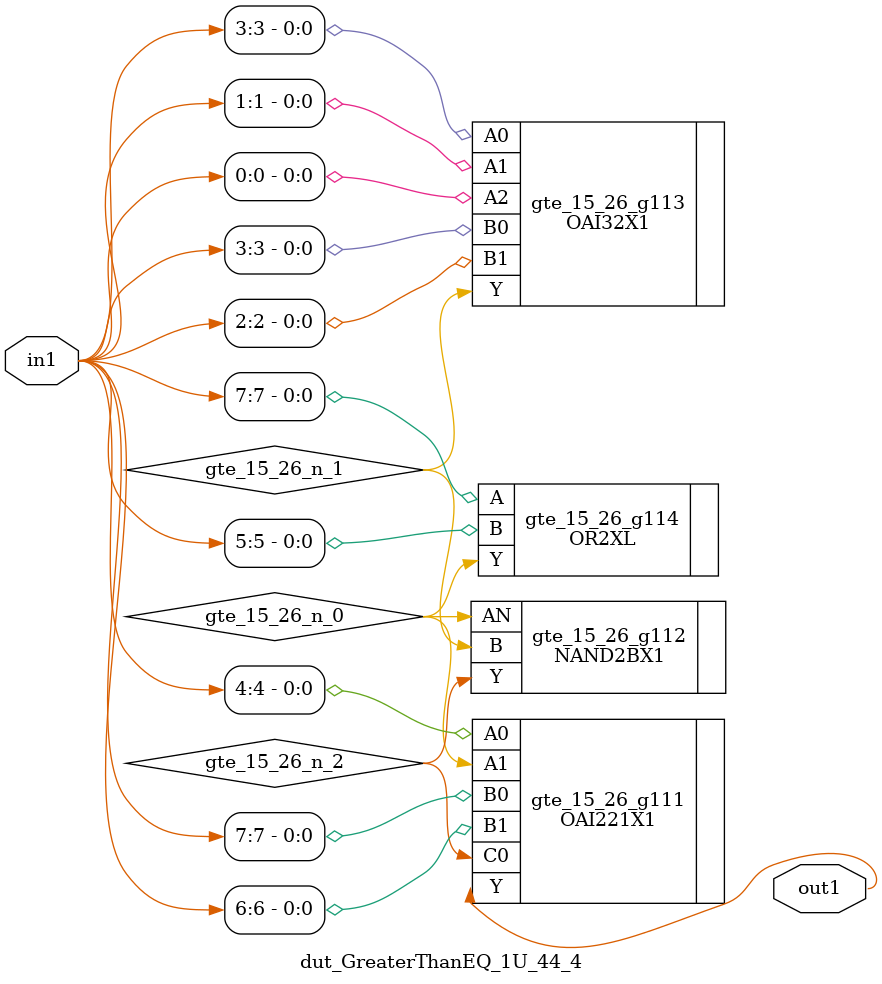
<source format=v>
`timescale 1ps / 1ps


module dut_GreaterThanEQ_1U_44_4(in1, out1);
  input [7:0] in1;
  output out1;
  wire [7:0] in1;
  wire out1;
  wire gte_15_26_n_0, gte_15_26_n_1, gte_15_26_n_2;
  OAI221X1 gte_15_26_g111(.A0 (in1[4]), .A1 (gte_15_26_n_0), .B0
       (in1[7]), .B1 (in1[6]), .C0 (gte_15_26_n_2), .Y (out1));
  NAND2BX1 gte_15_26_g112(.AN (gte_15_26_n_0), .B (gte_15_26_n_1), .Y
       (gte_15_26_n_2));
  OAI32X1 gte_15_26_g113(.A0 (in1[3]), .A1 (in1[1]), .A2 (in1[0]), .B0
       (in1[3]), .B1 (in1[2]), .Y (gte_15_26_n_1));
  OR2XL gte_15_26_g114(.A (in1[7]), .B (in1[5]), .Y (gte_15_26_n_0));
endmodule



</source>
